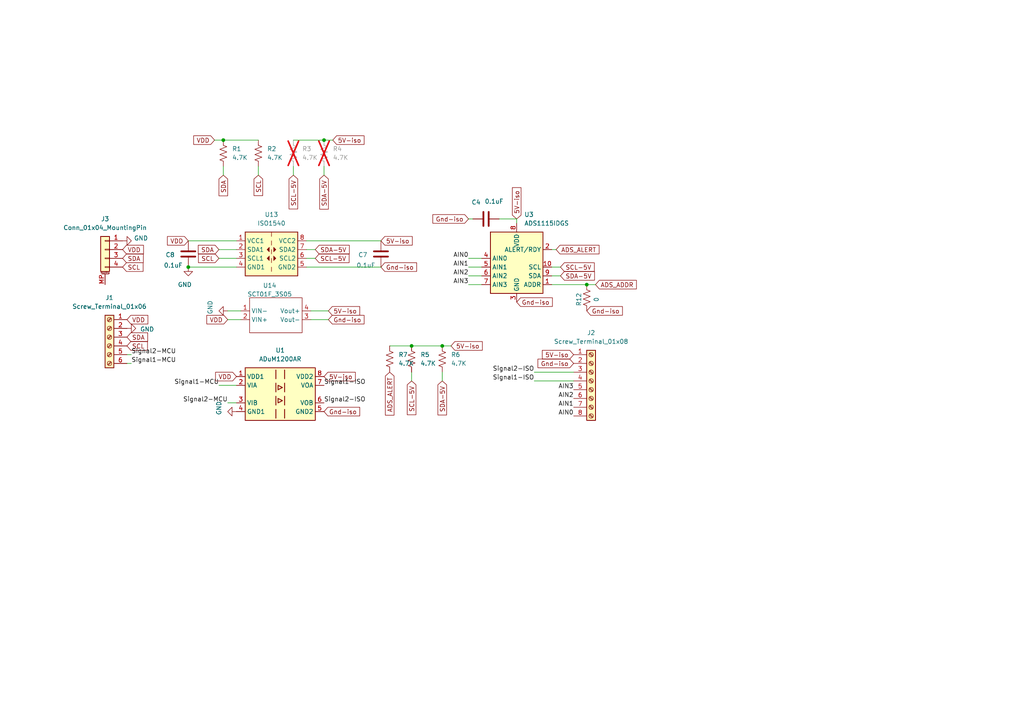
<source format=kicad_sch>
(kicad_sch (version 20250114) (generator "eeschema") (generator_version "9.0")
  (paper "A4")
  (lib_symbols
    (symbol "Analog_ADC:ADS1115IDGS"
      (property "Reference" "U" (at 2.54 13.97 0))
      (property "Value" "ADS1115IDGS" (at 7.62 11.43 0))
      (symbol "ADS1115IDGS_0_1"
        (rectangle (start -7.62 10.16) (end 7.62 -7.62) (stroke (width 0.254)) (fill (type background)))
      )
      (symbol "ADS1115IDGS_1_1"
        (pin input line (at -10.16 2.54 0) (length 2.54) (name "AIN0") (number "4"))
        (pin input line (at -10.16 0 0) (length 2.54) (name "AIN1") (number "5"))
        (pin input line (at -10.16 -2.54 0) (length 2.54) (name "AIN2") (number "6"))
        (pin input line (at -10.16 -5.08 0) (length 2.54) (name "AIN3") (number "7"))
        (pin power_in line (at 0 12.7 270) (length 2.54) (name "VDD") (number "8"))
        (pin power_in line (at 0 -10.16 90) (length 2.54) (name "GND") (number "3"))
        (pin output line (at 10.16 5.08 180) (length 2.54) (name "ALERT/RDY") (number "2"))
        (pin input line (at 10.16 0 180) (length 2.54) (name "SCL") (number "10"))
        (pin bidirectional line (at 10.16 -2.54 180) (length 2.54) (name "SDA") (number "9"))
        (pin input line (at 10.16 -5.08 180) (length 2.54) (name "ADDR") (number "1"))
      )
    )
    (symbol "Connector:Screw_Terminal_01x06" (pin_names (offset 1.016) (hide yes))
      (property "Reference" "J" (at 0 7.62 0))
      (property "Value" "Screw_Terminal_01x06" (at 0 -10.16 0))
      (symbol "Screw_Terminal_01x06_1_1"
        (rectangle (start -1.27 6.35) (end 1.27 -8.89) (stroke (width 0.254)) (fill (type background)))
        (polyline (pts (xy -0.5334 5.4102) (xy 0.3302 4.572)) (stroke (width 0.1524)))
        (polyline (pts (xy -0.5334 2.8702) (xy 0.3302 2.032)) (stroke (width 0.1524)))
        (polyline (pts (xy -0.5334 0.3302) (xy 0.3302 -0.508)) (stroke (width 0.1524)))
        (polyline (pts (xy -0.5334 -2.2098) (xy 0.3302 -3.048)) (stroke (width 0.1524)))
        (polyline (pts (xy -0.5334 -4.7498) (xy 0.3302 -5.588)) (stroke (width 0.1524)))
        (polyline (pts (xy -0.5334 -7.2898) (xy 0.3302 -8.128)) (stroke (width 0.1524)))
        (polyline (pts (xy -0.3556 5.588) (xy 0.508 4.7498)) (stroke (width 0.1524)))
        (polyline (pts (xy -0.3556 3.048) (xy 0.508 2.2098)) (stroke (width 0.1524)))
        (polyline (pts (xy -0.3556 0.508) (xy 0.508 -0.3302)) (stroke (width 0.1524)))
        (polyline (pts (xy -0.3556 -2.032) (xy 0.508 -2.8702)) (stroke (width 0.1524)))
        (polyline (pts (xy -0.3556 -4.572) (xy 0.508 -5.4102)) (stroke (width 0.1524)))
        (polyline (pts (xy -0.3556 -7.112) (xy 0.508 -7.9502)) (stroke (width 0.1524)))
        (circle (center 0 5.08) (radius 0.635) (stroke (width 0.1524)))
        (circle (center 0 2.54) (radius 0.635) (stroke (width 0.1524)))
        (circle (center 0 0) (radius 0.635) (stroke (width 0.1524)))
        (circle (center 0 -2.54) (radius 0.635) (stroke (width 0.1524)))
        (circle (center 0 -5.08) (radius 0.635) (stroke (width 0.1524)))
        (circle (center 0 -7.62) (radius 0.635) (stroke (width 0.1524)))
        (pin passive line (at -5.08 5.08 0) (length 3.81) (name "Pin_1") (number "1"))
        (pin passive line (at -5.08 2.54 0) (length 3.81) (name "Pin_2") (number "2"))
        (pin passive line (at -5.08 0 0) (length 3.81) (name "Pin_3") (number "3"))
        (pin passive line (at -5.08 -2.54 0) (length 3.81) (name "Pin_4") (number "4"))
        (pin passive line (at -5.08 -5.08 0) (length 3.81) (name "Pin_5") (number "5"))
        (pin passive line (at -5.08 -7.62 0) (length 3.81) (name "Pin_6") (number "6"))
      )
    )
    (symbol "Connector:Screw_Terminal_01x08" (pin_names (offset 1.016) (hide yes))
      (property "Reference" "J" (at 0 10.16 0))
      (property "Value" "Screw_Terminal_01x08" (at 0 -12.7 0))
      (symbol "Screw_Terminal_01x08_1_1"
        (rectangle (start -1.27 8.89) (end 1.27 -11.43) (stroke (width 0.254)) (fill (type background)))
        (polyline (pts (xy -0.5334 7.9502) (xy 0.3302 7.112)) (stroke (width 0.1524)))
        (polyline (pts (xy -0.5334 5.4102) (xy 0.3302 4.572)) (stroke (width 0.1524)))
        (polyline (pts (xy -0.5334 2.8702) (xy 0.3302 2.032)) (stroke (width 0.1524)))
        (polyline (pts (xy -0.5334 0.3302) (xy 0.3302 -0.508)) (stroke (width 0.1524)))
        (polyline (pts (xy -0.5334 -2.2098) (xy 0.3302 -3.048)) (stroke (width 0.1524)))
        (polyline (pts (xy -0.5334 -4.7498) (xy 0.3302 -5.588)) (stroke (width 0.1524)))
        (polyline (pts (xy -0.5334 -7.2898) (xy 0.3302 -8.128)) (stroke (width 0.1524)))
        (polyline (pts (xy -0.5334 -9.8298) (xy 0.3302 -10.668)) (stroke (width 0.1524)))
        (polyline (pts (xy -0.3556 8.128) (xy 0.508 7.2898)) (stroke (width 0.1524)))
        (polyline (pts (xy -0.3556 5.588) (xy 0.508 4.7498)) (stroke (width 0.1524)))
        (polyline (pts (xy -0.3556 3.048) (xy 0.508 2.2098)) (stroke (width 0.1524)))
        (polyline (pts (xy -0.3556 0.508) (xy 0.508 -0.3302)) (stroke (width 0.1524)))
        (polyline (pts (xy -0.3556 -2.032) (xy 0.508 -2.8702)) (stroke (width 0.1524)))
        (polyline (pts (xy -0.3556 -4.572) (xy 0.508 -5.4102)) (stroke (width 0.1524)))
        (polyline (pts (xy -0.3556 -7.112) (xy 0.508 -7.9502)) (stroke (width 0.1524)))
        (polyline (pts (xy -0.3556 -9.652) (xy 0.508 -10.4902)) (stroke (width 0.1524)))
        (circle (center 0 7.62) (radius 0.635) (stroke (width 0.1524)))
        (circle (center 0 5.08) (radius 0.635) (stroke (width 0.1524)))
        (circle (center 0 2.54) (radius 0.635) (stroke (width 0.1524)))
        (circle (center 0 0) (radius 0.635) (stroke (width 0.1524)))
        (circle (center 0 -2.54) (radius 0.635) (stroke (width 0.1524)))
        (circle (center 0 -5.08) (radius 0.635) (stroke (width 0.1524)))
        (circle (center 0 -7.62) (radius 0.635) (stroke (width 0.1524)))
        (circle (center 0 -10.16) (radius 0.635) (stroke (width 0.1524)))
        (pin passive line (at -5.08 7.62 0) (length 3.81) (name "Pin_1") (number "1"))
        (pin passive line (at -5.08 5.08 0) (length 3.81) (name "Pin_2") (number "2"))
        (pin passive line (at -5.08 2.54 0) (length 3.81) (name "Pin_3") (number "3"))
        (pin passive line (at -5.08 0 0) (length 3.81) (name "Pin_4") (number "4"))
        (pin passive line (at -5.08 -2.54 0) (length 3.81) (name "Pin_5") (number "5"))
        (pin passive line (at -5.08 -5.08 0) (length 3.81) (name "Pin_6") (number "6"))
        (pin passive line (at -5.08 -7.62 0) (length 3.81) (name "Pin_7") (number "7"))
        (pin passive line (at -5.08 -10.16 0) (length 3.81) (name "Pin_8") (number "8"))
      )
    )
    (symbol "Connector_Generic_MountingPin:Conn_01x04_MountingPin" (pin_names (offset 1.016) (hide yes))
      (property "Reference" "J" (at 0 5.08 0))
      (property "Value" "Conn_01x04_MountingPin" (at 1.27 -7.62 0))
      (symbol "Conn_01x04_MountingPin_1_1"
        (rectangle (start -1.27 3.81) (end 1.27 -6.35) (stroke (width 0.254)) (fill (type background)))
        (rectangle (start -1.27 2.667) (end 0 2.413) (stroke (width 0.1524)))
        (rectangle (start -1.27 0.127) (end 0 -0.127) (stroke (width 0.1524)))
        (rectangle (start -1.27 -2.413) (end 0 -2.667) (stroke (width 0.1524)))
        (rectangle (start -1.27 -4.953) (end 0 -5.207) (stroke (width 0.1524)))
        (polyline (pts (xy -1.016 -7.112) (xy 1.016 -7.112)) (stroke (width 0.1524)))
        (text "Mounting" (at 0 -6.731 0) (effects (font (size 0.381 0.381))))
        (pin passive line (at -5.08 2.54 0) (length 3.81) (name "Pin_1") (number "1"))
        (pin passive line (at -5.08 0 0) (length 3.81) (name "Pin_2") (number "2"))
        (pin passive line (at -5.08 -2.54 0) (length 3.81) (name "Pin_3") (number "3"))
        (pin passive line (at -5.08 -5.08 0) (length 3.81) (name "Pin_4") (number "4"))
        (pin passive line (at 0 -10.16 90) (length 3.048) (name "MountPin") (number "MP"))
      )
    )
    (symbol "CustomAdded:RFM_0505"
      (property "Reference" "U" (at 0 0 0))
      (property "Value" "RFM-0505S" (at 0 0 0))
      (symbol "RFM_0505_0_1"
        (rectangle (start 1.27 -1.27) (end 16.51 -11.43))
      )
      (symbol "RFM_0505_1_1"
        (pin power_in line (at -1.27 -5.08 0) (length 2.54) (name "VIN-") (number "1"))
        (pin power_in line (at -1.27 -7.62 0) (length 2.54) (name "VIN+") (number "2"))
        (pin power_out line (at 19.05 -5.08 180) (length 2.54) (name "Vout+") (number "4"))
        (pin power_out line (at 19.05 -7.62 180) (length 2.54) (name "Vout-") (number "3"))
      )
    )
    (symbol "Device:C" (pin_numbers (hide yes)) (pin_names (offset 0.254))
      (property "Reference" "C" (at 0.635 2.54 0))
      (property "Value" "C" (at 0.635 -2.54 0))
      (symbol "C_0_1"
        (polyline (pts (xy -2.032 0.762) (xy 2.032 0.762)) (stroke (width 0.508)))
        (polyline (pts (xy -2.032 -0.762) (xy 2.032 -0.762)) (stroke (width 0.508)))
      )
      (symbol "C_1_1"
        (pin passive line (at 0 3.81 270) (length 2.794) (name "~") (number "1"))
        (pin passive line (at 0 -3.81 90) (length 2.794) (name "~") (number "2"))
      )
    )
    (symbol "Device:R_US" (pin_numbers (hide yes)) (pin_names (offset 0))
      (property "Reference" "R" (at 2.54 0 90))
      (property "Value" "R_US" (at -2.54 0 90))
      (symbol "R_US_0_1"
        (polyline (pts (xy 0 2.286) (xy 0 2.54)))
        (polyline (pts (xy 0 2.286) (xy 1.016 1.905) (xy 0 1.524) (xy -1.016 1.143) (xy 0 0.762)))
        (polyline (pts (xy 0 0.762) (xy 1.016 0.381) (xy 0 0) (xy -1.016 -0.381) (xy 0 -0.762)))
        (polyline (pts (xy 0 -0.762) (xy 1.016 -1.143) (xy 0 -1.524) (xy -1.016 -1.905) (xy 0 -2.286)))
        (polyline (pts (xy 0 -2.286) (xy 0 -2.54)))
      )
      (symbol "R_US_1_1"
        (pin passive line (at 0 3.81 270) (length 1.27) (name "~") (number "1"))
        (pin passive line (at 0 -3.81 90) (length 1.27) (name "~") (number "2"))
      )
    )
    (symbol "Isolator:ADuM1200AR"
      (property "Reference" "U" (at -10.16 8.89 0))
      (property "Value" "ADuM1200AR" (at -2.032 8.89 0))
      (symbol "ADuM1200AR_0_1"
        (rectangle (start -10.16 7.62) (end 10.16 -7.62) (stroke (width 0.254)) (fill (type background)))
        (polyline (pts (xy -1.27 6.985) (xy -1.27 4.445)) (stroke (width 0.254)))
        (polyline (pts (xy -1.27 3.175) (xy -1.27 0.635)) (stroke (width 0.254)))
        (polyline (pts (xy -1.27 -0.635) (xy -1.27 -3.175)) (stroke (width 0.254)))
        (polyline (pts (xy -1.27 -4.445) (xy -1.27 -6.985)) (stroke (width 0.254)))
        (polyline (pts (xy -0.635 1.27) (xy 0.635 1.905) (xy -0.635 2.54) (xy -0.635 1.27)) (stroke (width 0.254)))
        (polyline (pts (xy -0.635 -1.27) (xy -0.635 -2.54) (xy 0.635 -1.905) (xy -0.635 -1.27)) (stroke (width 0.254)))
        (polyline (pts (xy 1.27 6.985) (xy 1.27 4.445)) (stroke (width 0.254)))
        (polyline (pts (xy 1.27 3.175) (xy 1.27 0.635)) (stroke (width 0.254)))
        (polyline (pts (xy 1.27 -0.635) (xy 1.27 -3.175)) (stroke (width 0.254)))
        (polyline (pts (xy 1.27 -4.445) (xy 1.27 -6.985)) (stroke (width 0.254)))
      )
      (symbol "ADuM1200AR_1_1"
        (pin power_in line (at -12.7 5.08 0) (length 2.54) (name "VDD1") (number "1"))
        (pin input line (at -12.7 2.54 0) (length 2.54) (name "VIA") (number "2"))
        (pin input line (at -12.7 -2.54 0) (length 2.54) (name "VIB") (number "3"))
        (pin power_in line (at -12.7 -5.08 0) (length 2.54) (name "GND1") (number "4"))
        (pin power_in line (at 12.7 5.08 180) (length 2.54) (name "VDD2") (number "8"))
        (pin output line (at 12.7 2.54 180) (length 2.54) (name "VOA") (number "7"))
        (pin output line (at 12.7 -2.54 180) (length 2.54) (name "VOB") (number "6"))
        (pin power_in line (at 12.7 -5.08 180) (length 2.54) (name "GND2") (number "5"))
      )
    )
    (symbol "Isolator:ISO1540"
      (property "Reference" "U" (at -6.35 6.35 0))
      (property "Value" "ISO1540" (at 3.81 6.35 0))
      (symbol "ISO1540_0_1"
        (rectangle (start -7.62 5.08) (end 7.62 -7.62) (stroke (width 0.254)) (fill (type background)))
        (polyline (pts (xy -0.635 0.635) (xy -1.27 0) (xy -0.635 -0.635) (xy -0.635 0.635)) (fill (type outline)))
        (polyline (pts (xy 0 5.08) (xy 0 3.81)))
        (polyline (pts (xy 0 2.54) (xy 0 1.27)))
        (polyline (pts (xy 0 0) (xy 0 -1.27)))
        (polyline (pts (xy 0 -2.54) (xy 0 -3.81)))
        (rectangle (start 0 -5.08) (end 0 -6.35))
        (polyline (pts (xy 0.635 0.635) (xy 1.27 0) (xy 0.635 -0.635) (xy 0.635 0.635)) (fill (type outline)))
        (polyline (pts (xy 0.635 -1.905) (xy 1.27 -2.54) (xy 0.635 -3.175) (xy 0.635 -1.905)) (fill (type outline)))
      )
      (symbol "ISO1540_1_1"
        (polyline (pts (xy -0.635 -1.905) (xy -1.27 -2.54) (xy -0.635 -3.175) (xy -0.635 -1.905)) (fill (type outline)))
        (pin power_in line (at -10.16 2.54 0) (length 2.54) (name "VCC1") (number "1"))
        (pin bidirectional line (at -10.16 0 0) (length 2.54) (name "SDA1") (number "2"))
        (pin bidirectional line (at -10.16 -2.54 0) (length 2.54) (name "SCL1") (number "3"))
        (pin power_in line (at -10.16 -5.08 0) (length 2.54) (name "GND1") (number "4"))
        (pin power_in line (at 10.16 2.54 180) (length 2.54) (name "VCC2") (number "8"))
        (pin bidirectional line (at 10.16 0 180) (length 2.54) (name "SDA2") (number "7"))
        (pin bidirectional line (at 10.16 -2.54 180) (length 2.54) (name "SCL2") (number "6"))
        (pin power_in line (at 10.16 -5.08 180) (length 2.54) (name "GND2") (number "5"))
      )
    )
    (symbol "power:GND" (power) (pin_names (offset 0))
      (property "Value" "GND" (at 0 -3.81 0))
      (symbol "GND_0_1"
        (polyline (pts (xy 0 0) (xy 0 -1.27) (xy 1.27 -1.27) (xy 0 -2.54) (xy -1.27 -1.27) (xy 0 -1.27)))
      )
      (symbol "GND_1_1"
        (pin power_in line (at 0 0 270) (length 0) (hide yes) (name "GND") (number "1"))
      )
    )
  )
  (junction (at 170.18 82.55))
  (junction (at 54.61 77.47))
  (junction (at 93.98 40.64))
  (junction (at 119.38 100.33))
  (junction (at 128.27 100.33))
  (junction (at 64.77 40.64))
  (wire (pts (xy 63.5 111.76) (xy 68.58 111.76)))
  (wire (pts (xy 63.5 74.93) (xy 68.58 74.93)))
  (wire (pts (xy 135.89 74.93) (xy 139.7 74.93)))
  (wire (pts (xy 64.77 40.64) (xy 62.23 40.64)))
  (wire (pts (xy 88.9 69.85) (xy 110.49 69.85)))
  (wire (pts (xy 128.27 100.33) (xy 130.81 100.33)))
  (wire (pts (xy 93.98 50.8) (xy 93.98 48.26)))
  (wire (pts (xy 135.89 82.55) (xy 139.7 82.55)))
  (wire (pts (xy 63.5 72.39) (xy 68.58 72.39)))
  (wire (pts (xy 128.27 110.49) (xy 128.27 107.95)))
  (wire (pts (xy 66.04 92.71) (xy 69.85 92.71)))
  (wire (pts (xy 88.9 72.39) (xy 91.44 72.39)))
  (wire (pts (xy 93.98 40.64) (xy 96.52 40.64)))
  (wire (pts (xy 54.61 77.47) (xy 68.58 77.47)))
  (wire (pts (xy 149.86 63.5) (xy 144.78 63.5)))
  (wire (pts (xy 161.29 72.39) (xy 160.02 72.39)))
  (wire (pts (xy 154.94 107.95) (xy 166.37 107.95)))
  (wire (pts (xy 135.89 80.01) (xy 139.7 80.01)))
  (wire (pts (xy 88.9 77.47) (xy 110.49 77.47)))
  (wire (pts (xy 172.72 82.55) (xy 170.18 82.55)))
  (wire (pts (xy 149.86 63.5) (xy 149.86 64.77)))
  (wire (pts (xy 74.93 48.26) (xy 74.93 50.8)))
  (wire (pts (xy 66.04 116.84) (xy 68.58 116.84)))
  (wire (pts (xy 38.1 102.87) (xy 36.83 102.87)))
  (wire (pts (xy 160.02 80.01) (xy 162.56 80.01)))
  (wire (pts (xy 113.03 100.33) (xy 119.38 100.33)))
  (wire (pts (xy 160.02 77.47) (xy 162.56 77.47)))
  (wire (pts (xy 85.09 50.8) (xy 85.09 48.26)))
  (wire (pts (xy 66.04 90.17) (xy 69.85 90.17)))
  (wire (pts (xy 119.38 110.49) (xy 119.38 107.95)))
  (wire (pts (xy 88.9 74.93) (xy 91.44 74.93)))
  (wire (pts (xy 64.77 50.8) (xy 64.77 48.26)))
  (wire (pts (xy 119.38 100.33) (xy 128.27 100.33)))
  (wire (pts (xy 154.94 110.49) (xy 166.37 110.49)))
  (wire (pts (xy 137.16 63.5) (xy 135.89 63.5)))
  (wire (pts (xy 90.17 92.71) (xy 95.25 92.71)))
  (wire (pts (xy 54.61 69.85) (xy 68.58 69.85)))
  (wire (pts (xy 135.89 77.47) (xy 139.7 77.47)))
  (wire (pts (xy 160.02 82.55) (xy 170.18 82.55)))
  (wire (pts (xy 85.09 40.64) (xy 93.98 40.64)))
  (wire (pts (xy 64.77 40.64) (xy 74.93 40.64)))
  (wire (pts (xy 90.17 90.17) (xy 95.25 90.17)))
  (wire (pts (xy 38.1 105.41) (xy 36.83 105.41)))
  (label "Signal1-ISO" (at 93.98 111.76 0))
  (label "AIN3" (at 135.89 82.55 180))
  (label "AIN0" (at 166.37 120.65 180))
  (label "AIN1" (at 166.37 118.11 180))
  (label "AIN0" (at 135.89 74.93 180))
  (label "AIN3" (at 166.37 113.03 180))
  (label "Signal2-MCU" (at 66.04 116.84 180))
  (label "Signal1-MCU" (at 38.1 105.41 0))
  (label "AIN2" (at 135.89 80.01 180))
  (label "Signal2-ISO" (at 154.94 107.95 180))
  (label "AIN2" (at 166.37 115.57 180))
  (label "Signal2-MCU" (at 38.1 102.87 0))
  (label "Signal2-ISO" (at 93.98 116.84 0))
  (label "Signal1-ISO" (at 154.94 110.49 180))
  (label "Signal1-MCU" (at 63.5 111.76 180))
  (label "AIN1" (at 135.89 77.47 180))
  (global_label "Gnd-iso" (shape input) (at 93.98 119.38 0) (property "Intersheetrefs" "${INTERSHEET_REFS}" (effects (hide yes))))
  (global_label "SCL" (shape input) (at 63.5 74.93 180) (property "Intersheetrefs" "${INTERSHEET_REFS}" (effects (hide yes))))
  (global_label "SCL" (shape input) (at 36.83 100.33 0) (property "Intersheetrefs" "${INTERSHEET_REFS}" (effects (hide yes))))
  (global_label "VDD" (shape input) (at 54.61 69.85 180) (property "Intersheetrefs" "${INTERSHEET_REFS}" (effects (hide yes))))
  (global_label "ADS_ADDR" (shape input) (at 172.72 82.55 0) (property "Intersheetrefs" "${INTERSHEET_REFS}" (effects (hide yes))))
  (global_label "SCL-5V" (shape input) (at 91.44 74.93 0) (property "Intersheetrefs" "${INTERSHEET_REFS}" (effects (hide yes))))
  (global_label "VDD" (shape input) (at 66.04 92.71 180) (property "Intersheetrefs" "${INTERSHEET_REFS}" (effects (hide yes))))
  (global_label "VDD" (shape input) (at 62.23 40.64 180) (property "Intersheetrefs" "${INTERSHEET_REFS}" (effects (hide yes))))
  (global_label "SCL-5V" (shape input) (at 85.09 50.8 270) (property "Intersheetrefs" "${INTERSHEET_REFS}" (effects (hide yes))))
  (global_label "5V-iso" (shape input) (at 110.49 69.85 0) (property "Intersheetrefs" "${INTERSHEET_REFS}" (effects (hide yes))))
  (global_label "SDA-5V" (shape input) (at 128.27 110.49 270) (property "Intersheetrefs" "${INTERSHEET_REFS}" (effects (hide yes))))
  (global_label "SDA" (shape input) (at 35.56 74.93 0) (property "Intersheetrefs" "${INTERSHEET_REFS}" (effects (hide yes))))
  (global_label "Gnd-iso" (shape input) (at 166.37 105.41 180) (property "Intersheetrefs" "${INTERSHEET_REFS}" (effects (hide yes))))
  (global_label "Gnd-iso" (shape input) (at 149.86 87.63 0) (property "Intersheetrefs" "${INTERSHEET_REFS}" (effects (hide yes))))
  (global_label "Gnd-iso" (shape input) (at 135.89 63.5 180) (property "Intersheetrefs" "${INTERSHEET_REFS}" (effects (hide yes))))
  (global_label "5V-iso" (shape input) (at 130.81 100.33 0) (property "Intersheetrefs" "${INTERSHEET_REFS}" (effects (hide yes))))
  (global_label "5V-iso" (shape input) (at 166.37 102.87 180) (property "Intersheetrefs" "${INTERSHEET_REFS}" (effects (hide yes))))
  (global_label "SDA" (shape input) (at 36.83 97.79 0) (property "Intersheetrefs" "${INTERSHEET_REFS}" (effects (hide yes))))
  (global_label "SDA-5V" (shape input) (at 91.44 72.39 0) (property "Intersheetrefs" "${INTERSHEET_REFS}" (effects (hide yes))))
  (global_label "VDD" (shape input) (at 68.58 109.22 180) (property "Intersheetrefs" "${INTERSHEET_REFS}" (effects (hide yes))))
  (global_label "SCL-5V" (shape input) (at 119.38 110.49 270) (property "Intersheetrefs" "${INTERSHEET_REFS}" (effects (hide yes))))
  (global_label "VDD" (shape input) (at 36.83 92.71 0) (property "Intersheetrefs" "${INTERSHEET_REFS}" (effects (hide yes))))
  (global_label "SCL" (shape input) (at 74.93 50.8 270) (property "Intersheetrefs" "${INTERSHEET_REFS}" (effects (hide yes))))
  (global_label "VDD" (shape input) (at 35.56 72.39 0) (property "Intersheetrefs" "${INTERSHEET_REFS}" (effects (hide yes))))
  (global_label "Gnd-iso" (shape input) (at 170.18 90.17 0) (property "Intersheetrefs" "${INTERSHEET_REFS}" (effects (hide yes))))
  (global_label "Gnd-iso" (shape input) (at 95.25 92.71 0) (property "Intersheetrefs" "${INTERSHEET_REFS}" (effects (hide yes))))
  (global_label "SDA-5V" (shape input) (at 162.56 80.01 0) (property "Intersheetrefs" "${INTERSHEET_REFS}" (effects (hide yes))))
  (global_label "Gnd-iso" (shape input) (at 110.49 77.47 0) (property "Intersheetrefs" "${INTERSHEET_REFS}" (effects (hide yes))))
  (global_label "5V-iso" (shape input) (at 95.25 90.17 0) (property "Intersheetrefs" "${INTERSHEET_REFS}" (effects (hide yes))))
  (global_label "5V-iso" (shape input) (at 149.86 63.5 90) (property "Intersheetrefs" "${INTERSHEET_REFS}" (effects (hide yes))))
  (global_label "SCL" (shape input) (at 35.56 77.47 0) (property "Intersheetrefs" "${INTERSHEET_REFS}" (effects (hide yes))))
  (global_label "SDA-5V" (shape input) (at 93.98 50.8 270) (property "Intersheetrefs" "${INTERSHEET_REFS}" (effects (hide yes))))
  (global_label "SDA" (shape input) (at 64.77 50.8 270) (property "Intersheetrefs" "${INTERSHEET_REFS}" (effects (hide yes))))
  (global_label "SDA" (shape input) (at 63.5 72.39 180) (property "Intersheetrefs" "${INTERSHEET_REFS}" (effects (hide yes))))
  (global_label "ADS_ALERT" (shape input) (at 113.03 107.95 270) (property "Intersheetrefs" "${INTERSHEET_REFS}" (effects (hide yes))))
  (global_label "5V-iso" (shape input) (at 96.52 40.64 0) (property "Intersheetrefs" "${INTERSHEET_REFS}" (effects (hide yes))))
  (global_label "ADS_ALERT" (shape input) (at 161.29 72.39 0) (property "Intersheetrefs" "${INTERSHEET_REFS}" (effects (hide yes))))
  (global_label "SCL-5V" (shape input) (at 162.56 77.47 0) (property "Intersheetrefs" "${INTERSHEET_REFS}" (effects (hide yes))))
  (global_label "5V-iso" (shape input) (at 93.98 109.22 0) (property "Intersheetrefs" "${INTERSHEET_REFS}" (effects (hide yes))))
  (symbol (lib_id "Connector:Screw_Terminal_01x06") (at 31.75 97.79 0) (mirror y) (unit 1)
    (property "Reference" "J1" (at 31.75 86.36 0))
    (property "Value" "Screw_Terminal_01x06" (at 31.75 88.9 0))
    (property "Footprint" "Connector_PinHeader_2.54mm:PinHeader_1x06_P2.54mm_Vertical" (effects (hide yes)))
    (property "Description" "Generic screw terminal, single row, 01x06, script generated (kicad-library-utils/schlib/autogen/connector/)" (effects (hide yes)))
  )
  (symbol (lib_id "CustomAdded:RFM_0505") (at 71.12 85.09 0) (unit 1)
    (property "Reference" "U14" (at 78.232 82.804 0))
    (property "Value" "SCT01F_3S05" (at 78.232 85.344 0))
    (property "Footprint" "Library:XP SCT01F03S05" (effects (hide yes)))
  )
  (symbol (lib_id "power:GND") (at 68.58 119.38 270) (unit 1)
    (property "Reference" "#PWR01" (effects (hide yes)))
    (property "Value" "GND" (at 63.5 118.364 0))
    (property "Description" "Power symbol creates a global label with name \"GND\" , ground" (effects (hide yes)))
  )
  (symbol (lib_id "Analog_ADC:ADS1115IDGS") (at 149.86 77.47 0) (unit 1)
    (property "Reference" "U3" (at 152.0541 62.23 0) (effects (justify left)))
    (property "Value" "ADS1115IDGS" (at 152.0541 64.77 0) (effects (justify left)))
    (property "Footprint" "Package_SO:TSSOP-10_3x3mm_P0.5mm" (effects (hide yes)))
    (property "Datasheet" "http://www.ti.com/lit/ds/symlink/ads1113.pdf" (effects (hide yes)))
    (property "Description" "Ultra-Small, Low-Power, I2C-Compatible, 860-SPS, 16-Bit ADCs With Internal Reference, Oscillator, and Programmable Comparator, VSSOP-10" (effects (hide yes)))
    (property "ValueTemp" "ADS1115IDGS" (effects (hide yes)))
  )
  (symbol (lib_id "Device:R_US") (at 128.27 104.14 0) (unit 1)
    (property "Reference" "R6" (at 130.81 102.8699 0) (effects (justify left)))
    (property "Value" "4.7K" (at 130.81 105.4099 0) (effects (justify left)))
    (property "Footprint" "Resistor_SMD:R_0805_2012Metric_Pad1.20x1.40mm_HandSolder" (effects (hide yes)))
    (property "Description" "Resistor, US symbol" (effects (hide yes)))
  )
  (symbol (lib_id "Device:R_US") (at 74.93 44.45 0) (unit 1)
    (property "Reference" "R2" (at 77.47 43.1799 0) (effects (justify left)))
    (property "Value" "4.7K" (at 77.47 45.7199 0) (effects (justify left)))
    (property "Footprint" "Resistor_SMD:R_0805_2012Metric_Pad1.20x1.40mm_HandSolder" (effects (hide yes)))
    (property "Description" "Resistor, US symbol" (effects (hide yes)))
  )
  (symbol (lib_id "power:GND") (at 66.04 90.17 270) (unit 1)
    (property "Reference" "#PWR025" (effects (hide yes)))
    (property "Value" "GND" (at 60.96 89.154 0))
    (property "Description" "Power symbol creates a global label with name \"GND\" , ground" (effects (hide yes)))
  )
  (symbol (lib_id "Connector_Generic_MountingPin:Conn_01x04_MountingPin") (at 30.48 72.39 0) (mirror y) (unit 1)
    (property "Reference" "J3" (at 30.48 63.5 0))
    (property "Value" "Conn_01x04_MountingPin" (at 30.48 66.04 0))
    (property "Footprint" "Connector_JST:JST_SH_SM04B-SRSS-TB_1x04-1MP_P1.00mm_Horizontal" (effects (hide yes)))
    (property "Description" "Generic connectable mounting pin connector, single row, 01x04, script generated (kicad-library-utils/schlib/autogen/connector/)" (effects (hide yes)))
  )
  (symbol (lib_id "Connector:Screw_Terminal_01x08") (at 171.45 110.49 0) (unit 1)
    (property "Reference" "J2" (at 171.45 96.52 0))
    (property "Value" "Screw_Terminal_01x08" (at 171.45 99.06 0))
    (property "Footprint" "Connector_PinHeader_2.54mm:PinHeader_1x08_P2.54mm_Vertical" (effects (hide yes)))
    (property "Description" "Generic screw terminal, single row, 01x08, script generated (kicad-library-utils/schlib/autogen/connector/)" (effects (hide yes)))
  )
  (symbol (lib_id "Device:R_US") (at 64.77 44.45 0) (unit 1)
    (property "Reference" "R1" (at 67.31 43.1799 0) (effects (justify left)))
    (property "Value" "4.7K" (at 67.31 45.7199 0) (effects (justify left)))
    (property "Footprint" "Resistor_SMD:R_0805_2012Metric_Pad1.20x1.40mm_HandSolder" (effects (hide yes)))
    (property "Description" "Resistor, US symbol" (effects (hide yes)))
  )
  (symbol (lib_id "Device:R_US") (at 170.18 86.36 0) (unit 1)
    (property "Reference" "R12" (at 167.894 86.868 90))
    (property "Value" "0" (at 172.974 86.868 90))
    (property "Footprint" "Resistor_SMD:R_0805_2012Metric_Pad1.20x1.40mm_HandSolder" (effects (hide yes)))
    (property "Description" "Resistor, US symbol" (effects (hide yes)))
    (property "Function" "BJTCurrentLimit1" (effects (hide yes)))
  )
  (symbol (lib_id "Device:R_US") (at 93.98 44.45 0) (unit 1) (dnp yes)
    (property "Reference" "R4" (at 96.52 43.1799 0) (effects (justify left)))
    (property "Value" "4.7K" (at 96.52 45.7199 0) (effects (justify left)))
    (property "Footprint" "Resistor_SMD:R_0805_2012Metric_Pad1.20x1.40mm_HandSolder" (effects (hide yes)))
    (property "Description" "Resistor, US symbol" (effects (hide yes)))
  )
  (symbol (lib_id "Isolator:ISO1540") (at 78.74 72.39 0) (unit 1)
    (property "Reference" "U13" (at 78.74 62.23 0))
    (property "Value" "ISO1540" (at 78.74 64.77 0))
    (property "Footprint" "Package_SO:SOIC-8_3.9x4.9mm_P1.27mm" (effects (hide yes)))
    (property "Datasheet" "http://www.ti.com/lit/ds/symlink/iso1541.pdf" (effects (hide yes)))
    (property "Description" "I2C Isolator, 2.5 kVrms, Bidirectional clock and data, SOIC-8" (effects (hide yes)))
  )
  (symbol (lib_id "Device:R_US") (at 85.09 44.45 0) (unit 1) (dnp yes)
    (property "Reference" "R3" (at 87.63 43.1799 0) (effects (justify left)))
    (property "Value" "4.7K" (at 87.63 45.7199 0) (effects (justify left)))
    (property "Footprint" "Resistor_SMD:R_0805_2012Metric_Pad1.20x1.40mm_HandSolder" (effects (hide yes)))
    (property "Description" "Resistor, US symbol" (effects (hide yes)))
  )
  (symbol (lib_id "power:GND") (at 35.56 69.85 90) (unit 1)
    (property "Reference" "#PWR03" (effects (hide yes)))
    (property "Value" "GND" (at 40.894 69.088 90))
    (property "Description" "Power symbol creates a global label with name \"GND\" , ground" (effects (hide yes)))
  )
  (symbol (lib_id "power:GND") (at 54.61 77.47 0) (unit 1)
    (property "Reference" "#PWR026" (effects (hide yes)))
    (property "Value" "GND" (at 53.594 82.55 0))
    (property "Description" "Power symbol creates a global label with name \"GND\" , ground" (effects (hide yes)))
  )
  (symbol (lib_id "power:GND") (at 36.83 95.25 90) (unit 1)
    (property "Reference" "#PWR02" (effects (hide yes)))
    (property "Value" "GND" (at 42.672 95.504 90))
    (property "Description" "Power symbol creates a global label with name \"GND\" , ground" (effects (hide yes)))
  )
  (symbol (lib_id "Device:C") (at 140.97 63.5 90) (unit 1)
    (property "Reference" "C4" (at 139.446 58.674 90) (effects (justify left)))
    (property "Value" "0.1uF" (at 146.05 58.42 90) (effects (justify left)))
    (property "Footprint" "Capacitor_SMD:C_0805_2012Metric_Pad1.18x1.45mm_HandSolder" (effects (hide yes)))
    (property "Description" "Unpolarized capacitor" (effects (hide yes)))
    (property "Function" "ADS Vdd Input Filter" (effects (hide yes)))
  )
  (symbol (lib_id "Device:R_US") (at 113.03 104.14 0) (unit 1)
    (property "Reference" "R7" (at 115.57 102.8699 0) (effects (justify left)))
    (property "Value" "4.7K" (at 115.57 105.4099 0) (effects (justify left)))
    (property "Footprint" "Resistor_SMD:R_0805_2012Metric_Pad1.20x1.40mm_HandSolder" (effects (hide yes)))
    (property "Description" "Resistor, US symbol" (effects (hide yes)))
  )
  (symbol (lib_id "Device:R_US") (at 119.38 104.14 0) (unit 1)
    (property "Reference" "R5" (at 121.92 102.8699 0) (effects (justify left)))
    (property "Value" "4.7K" (at 121.92 105.4099 0) (effects (justify left)))
    (property "Footprint" "Resistor_SMD:R_0805_2012Metric_Pad1.20x1.40mm_HandSolder" (effects (hide yes)))
    (property "Description" "Resistor, US symbol" (effects (hide yes)))
  )
  (symbol (lib_id "Isolator:ADuM1200AR") (at 81.28 114.3 0) (unit 1)
    (property "Reference" "U1" (at 81.28 101.6 0))
    (property "Value" "ADuM1200AR" (at 81.28 104.14 0))
    (property "Footprint" "Package_SO:SOIC-8_3.9x4.9mm_P1.27mm" (effects (hide yes)))
    (property "Datasheet" "https://www.analog.com/media/en/technical-documentation/data-sheets/ADuM1200_1201.pdf" (effects (hide yes)))
    (property "Description" "Dual-channel digital isolator, Bidirectional communication, 3V/5V level translation, SOIC-8" (effects (hide yes)))
  )
  (symbol (lib_id "Device:C") (at 54.61 73.66 0) (unit 1)
    (property "Reference" "C8" (at 48.006 73.914 0) (effects (justify left)))
    (property "Value" "0.1uF" (at 47.498 76.962 0) (effects (justify left)))
    (property "Footprint" "Capacitor_SMD:C_0805_2012Metric_Pad1.18x1.45mm_HandSolder" (effects (hide yes)))
    (property "Description" "Unpolarized capacitor" (effects (hide yes)))
    (property "ValueTemp" "2.2uF Unpolarized" (effects (hide yes)))
    (property "Function" "R Circuit Smoothing" (effects (hide yes)))
  )
  (symbol (lib_id "Device:C") (at 110.49 73.66 0) (unit 1)
    (property "Reference" "C7" (at 103.886 73.914 0) (effects (justify left)))
    (property "Value" "0.1uF" (at 103.378 76.962 0) (effects (justify left)))
    (property "Footprint" "Capacitor_SMD:C_0805_2012Metric_Pad1.18x1.45mm_HandSolder" (effects (hide yes)))
    (property "Description" "Unpolarized capacitor" (effects (hide yes)))
    (property "ValueTemp" "2.2uF Unpolarized" (effects (hide yes)))
    (property "Function" "R Circuit Smoothing" (effects (hide yes)))
  )
)
</source>
